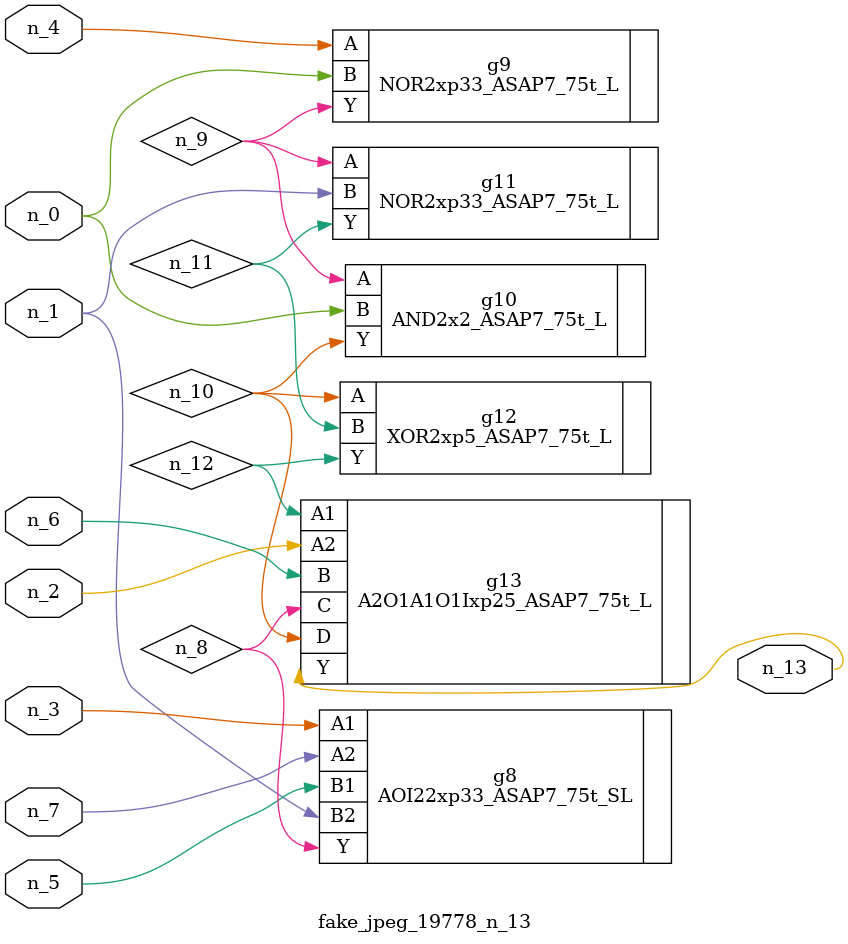
<source format=v>
module fake_jpeg_19778_n_13 (n_3, n_2, n_1, n_0, n_4, n_6, n_5, n_7, n_13);

input n_3;
input n_2;
input n_1;
input n_0;
input n_4;
input n_6;
input n_5;
input n_7;

output n_13;

wire n_11;
wire n_10;
wire n_12;
wire n_8;
wire n_9;

AOI22xp33_ASAP7_75t_SL g8 ( 
.A1(n_3),
.A2(n_7),
.B1(n_5),
.B2(n_1),
.Y(n_8)
);

NOR2xp33_ASAP7_75t_L g9 ( 
.A(n_4),
.B(n_0),
.Y(n_9)
);

AND2x2_ASAP7_75t_L g10 ( 
.A(n_9),
.B(n_0),
.Y(n_10)
);

XOR2xp5_ASAP7_75t_L g12 ( 
.A(n_10),
.B(n_11),
.Y(n_12)
);

NOR2xp33_ASAP7_75t_L g11 ( 
.A(n_9),
.B(n_1),
.Y(n_11)
);

A2O1A1O1Ixp25_ASAP7_75t_L g13 ( 
.A1(n_12),
.A2(n_2),
.B(n_6),
.C(n_8),
.D(n_10),
.Y(n_13)
);


endmodule
</source>
